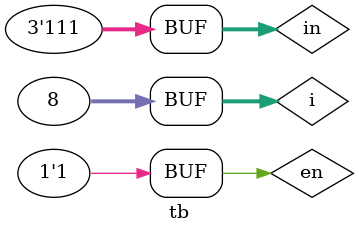
<source format=v>
module tb();
  reg [2:0]in;
  reg en;
  wire [7:0]out;
  integer i;
  decoder u1(in,en,out);
  initial
    begin
      en=1'b1;
      for(i=0;i<8;i=i+1)
        begin
          #1 in=i;
        end
    end
  initial
    begin
      $monitor("in=%0b,en=%0b,out=%0d",in,en,out);
    end
endmodule


</source>
